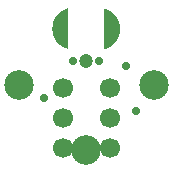
<source format=gbs>
%FSLAX33Y33*%
%MOMM*%
%ADD10C,0.7*%
%ADD11C,1.7*%
%ADD12C,1.2*%
%ADD13C,2.5*%
%ADD14C,2.5*%
%ADD15C,2.5*%
D10*
%LNbottom solder mask_traces*%
G01*
X3400Y1875D03*
X4200Y-1900D03*
X-3600Y-0800D03*
%LNbottom solder mask component d8b7f6488547696d*%
D11*
X2000Y0D03*
X-2000Y0D03*
X-2000Y-2540D03*
X2000Y-2540D03*
X2000Y-5080D03*
X-2000Y-5080D03*
%LNbottom solder mask component aa0fe385de277a35*%
D12*
X0Y2300D03*
D10*
X-1100Y2300D03*
X1100Y2300D03*
G36*
X1500Y3275D02*
G75*
G03*
X1500Y6775I-0421J1750D01*
G01*
X1500Y3275D01*
X-1500Y6800D02*
G75*
G03*
X-1500Y3300I0421J-1750D01*
G01*
X-1500Y6800D01*
G37*
%LNbottom solder mask component 2009b4c103e578dc*%
D13*
X-5700Y0300D03*
%LNbottom solder mask component 2e60b0570e84e4a9*%
D14*
X0Y-5240D03*
%LNbottom solder mask component f7d8ea11543c12f3*%
D15*
X5700Y0300D03*
M02*
</source>
